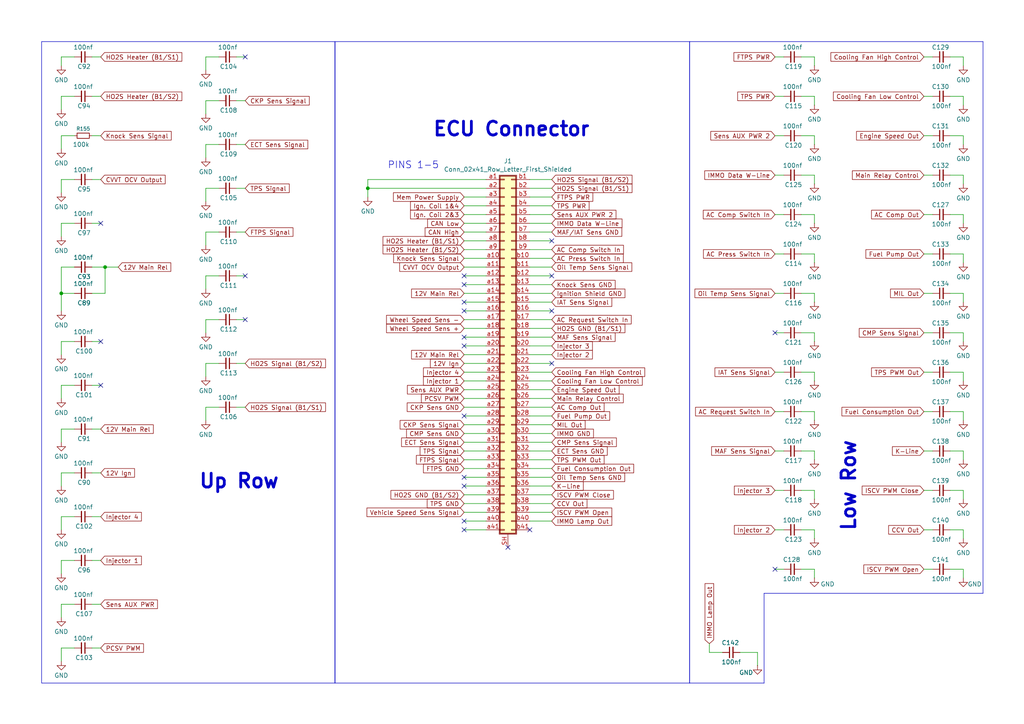
<source format=kicad_sch>
(kicad_sch (version 20250114) (generator "eeschema") (generator_version "9.0")
  (paper "A4")
  (title_block (title "SMIK43 5WY19 Rev. Eng") (date "2025-10-28") (rev "1.0"))
  (lib_symbols
    (symbol "Connector_Generic_Shielded:Conn_02x41_Row_Letter_First_Shielded" (pin_names (offset 1.016) (hide yes))
      (property "Reference" "J" (at 1.524 53.086 0))
      (property "Value" "Conn_02x41_Row_Letter_First_Shielded" (at 2.286 -53.086 0))
      (symbol "Conn_02x41_Row_Letter_First_Shielded_1_1"
        (pin passive line (at -5.08 50.8 0) (length 4.064) (name "Pin_a1") (number "a1"))
        (pin passive line (at -5.08 48.26 0) (length 4.064) (name "Pin_a2") (number "a2"))
        (pin passive line (at -5.08 45.72 0) (length 4.064) (name "Pin_a3") (number "a3"))
        (pin passive line (at -5.08 43.18 0) (length 4.064) (name "Pin_a4") (number "a4"))
        (pin passive line (at -5.08 40.64 0) (length 4.064) (name "Pin_a5") (number "a5"))
        (pin passive line (at -5.08 38.1 0) (length 4.064) (name "Pin_a6") (number "a6"))
        (pin passive line (at -5.08 35.56 0) (length 4.064) (name "Pin_a7") (number "a7"))
        (pin passive line (at -5.08 33.02 0) (length 4.064) (name "Pin_a8") (number "a8"))
        (pin passive line (at -5.08 30.48 0) (length 4.064) (name "Pin_a9") (number "a9"))
        (pin passive line (at -5.08 27.94 0) (length 4.064) (name "Pin_a10") (number "a10"))
        (pin passive line (at -5.08 25.4 0) (length 4.064) (name "Pin_a11") (number "a11"))
        (pin passive line (at -5.08 22.86 0) (length 4.064) (name "Pin_a12") (number "a12"))
        (pin passive line (at -5.08 20.32 0) (length 4.064) (name "Pin_a13") (number "a13"))
        (pin passive line (at -5.08 17.78 0) (length 4.064) (name "Pin_a14") (number "a14"))
        (pin passive line (at -5.08 15.24 0) (length 4.064) (name "Pin_a15") (number "a15"))
        (pin passive line (at -5.08 12.7 0) (length 4.064) (name "Pin_a16") (number "a16"))
        (pin passive line (at -5.08 10.16 0) (length 4.064) (name "Pin_a17") (number "a17"))
        (pin passive line (at -5.08 7.62 0) (length 4.064) (name "Pin_a18") (number "a18"))
        (pin passive line (at -5.08 5.08 0) (length 4.064) (name "Pin_a19") (number "a19"))
        (pin passive line (at -5.08 2.54 0) (length 4.064) (name "Pin_a20") (number "a20"))
        (pin passive line (at -5.08 0 0) (length 4.064) (name "Pin_a21") (number "a21"))
        (pin passive line (at -5.08 -2.54 0) (length 4.064) (name "Pin_a22") (number "a22"))
        (pin passive line (at -5.08 -5.08 0) (length 4.064) (name "Pin_a23") (number "a23"))
        (pin passive line (at -5.08 -7.62 0) (length 4.064) (name "Pin_a24") (number "a24"))
        (pin passive line (at -5.08 -10.16 0) (length 4.064) (name "Pin_a25") (number "a25"))
        (pin passive line (at -5.08 -12.7 0) (length 4.064) (name "Pin_a26") (number "a26"))
        (pin passive line (at -5.08 -15.24 0) (length 4.064) (name "Pin_a27") (number "a27"))
        (pin passive line (at -5.08 -17.78 0) (length 4.064) (name "Pin_a28") (number "a28"))
        (pin passive line (at -5.08 -20.32 0) (length 4.064) (name "Pin_a29") (number "a29"))
        (pin passive line (at -5.08 -22.86 0) (length 4.064) (name "Pin_a30") (number "a30"))
        (pin passive line (at -5.08 -25.4 0) (length 4.064) (name "Pin_a31") (number "a31"))
        (pin passive line (at -5.08 -27.94 0) (length 4.064) (name "Pin_a32") (number "a32"))
        (pin passive line (at -5.08 -30.48 0) (length 4.064) (name "Pin_a33") (number "a33"))
        (pin passive line (at -5.08 -33.02 0) (length 4.064) (name "Pin_a34") (number "a34"))
        (pin passive line (at -5.08 -35.56 0) (length 4.064) (name "Pin_a35") (number "a35"))
        (pin passive line (at -5.08 -38.1 0) (length 4.064) (name "Pin_a36") (number "a36"))
        (pin passive line (at -5.08 -40.64 0) (length 4.064) (name "Pin_a37") (number "a37"))
        (pin passive line (at -5.08 -43.18 0) (length 4.064) (name "Pin_a38") (number "a38"))
        (pin passive line (at -5.08 -45.72 0) (length 4.064) (name "Pin_a39") (number "a39"))
        (pin passive line (at -5.08 -48.26 0) (length 4.064) (name "Pin_a40") (number "a40"))
        (pin passive line (at -5.08 -50.8 0) (length 4.064) (name "Pin_a41") (number "a41"))
        (pin passive line (at 1.27 -55.88 90) (length 3.81) (name "Shield") (number "SH"))
        (pin passive line (at 7.62 50.8 180) (length 4.064) (name "Pin_b1") (number "b1"))
        (pin passive line (at 7.62 48.26 180) (length 4.064) (name "Pin_b2") (number "b2"))
        (pin passive line (at 7.62 45.72 180) (length 4.064) (name "Pin_b3") (number "b3"))
        (pin passive line (at 7.62 43.18 180) (length 4.064) (name "Pin_b4") (number "b4"))
        (pin passive line (at 7.62 40.64 180) (length 4.064) (name "Pin_b5") (number "b5"))
        (pin passive line (at 7.62 38.1 180) (length 4.064) (name "Pin_b6") (number "b6"))
        (pin passive line (at 7.62 35.56 180) (length 4.064) (name "Pin_b7") (number "b7"))
        (pin passive line (at 7.62 33.02 180) (length 4.064) (name "Pin_b8") (number "b8"))
        (pin passive line (at 7.62 30.48 180) (length 4.064) (name "Pin_b9") (number "b9"))
        (pin passive line (at 7.62 27.94 180) (length 4.064) (name "Pin_b10") (number "b10"))
        (pin passive line (at 7.62 25.4 180) (length 4.064) (name "Pin_b11") (number "b11"))
        (pin passive line (at 7.62 22.86 180) (length 4.064) (name "Pin_b12") (number "b12"))
        (pin passive line (at 7.62 20.32 180) (length 4.064) (name "Pin_b13") (number "b13"))
        (pin passive line (at 7.62 17.78 180) (length 4.064) (name "Pin_b14") (number "b14"))
        (pin passive line (at 7.62 15.24 180) (length 4.064) (name "Pin_b15") (number "b15"))
        (pin passive line (at 7.62 12.7 180) (length 4.064) (name "Pin_b16") (number "b16"))
        (pin passive line (at 7.62 10.16 180) (length 4.064) (name "Pin_b17") (number "b17"))
        (pin passive line (at 7.62 7.62 180) (length 4.064) (name "Pin_b18") (number "b18"))
        (pin passive line (at 7.62 5.08 180) (length 4.064) (name "Pin_b19") (number "b19"))
        (pin passive line (at 7.62 2.54 180) (length 4.064) (name "Pin_b20") (number "b20"))
        (pin passive line (at 7.62 0 180) (length 4.064) (name "Pin_b21") (number "b21"))
        (pin passive line (at 7.62 -2.54 180) (length 4.064) (name "Pin_b22") (number "b22"))
        (pin passive line (at 7.62 -5.08 180) (length 4.064) (name "Pin_b23") (number "b23"))
        (pin passive line (at 7.62 -7.62 180) (length 4.064) (name "Pin_b24") (number "b24"))
        (pin passive line (at 7.62 -10.16 180) (length 4.064) (name "Pin_b25") (number "b25"))
        (pin passive line (at 7.62 -12.7 180) (length 4.064) (name "Pin_b26") (number "b26"))
        (pin passive line (at 7.62 -15.24 180) (length 4.064) (name "Pin_b27") (number "b27"))
        (pin passive line (at 7.62 -17.78 180) (length 4.064) (name "Pin_b28") (number "b28"))
        (pin passive line (at 7.62 -20.32 180) (length 4.064) (name "Pin_b29") (number "b29"))
        (pin passive line (at 7.62 -22.86 180) (length 4.064) (name "Pin_b30") (number "b30"))
        (pin passive line (at 7.62 -25.4 180) (length 4.064) (name "Pin_b31") (number "b31"))
        (pin passive line (at 7.62 -27.94 180) (length 4.064) (name "Pin_b32") (number "b32"))
        (pin passive line (at 7.62 -30.48 180) (length 4.064) (name "Pin_b33") (number "b33"))
        (pin passive line (at 7.62 -33.02 180) (length 4.064) (name "Pin_b34") (number "b34"))
        (pin passive line (at 7.62 -35.56 180) (length 4.064) (name "Pin_b35") (number "b35"))
        (pin passive line (at 7.62 -38.1 180) (length 4.064) (name "Pin_b36") (number "b36"))
        (pin passive line (at 7.62 -40.64 180) (length 4.064) (name "Pin_b37") (number "b37"))
        (pin passive line (at 7.62 -43.18 180) (length 4.064) (name "Pin_b38") (number "b38"))
        (pin passive line (at 7.62 -45.72 180) (length 4.064) (name "Pin_b39") (number "b39"))
        (pin passive line (at 7.62 -48.26 180) (length 4.064) (name "Pin_b40") (number "b40"))
        (pin passive line (at 7.62 -50.8 180) (length 4.064) (name "Pin_b41") (number "b41"))
      )
    )
    (symbol "Device:C_Small" (pin_numbers (hide yes)) (pin_names (offset 0.254) (hide yes))
      (property "Reference" "C" (at 0.254 1.778 0))
      (property "Value" "C_Small" (at 0.254 -2.032 0))
      (symbol "C_Small_1_1"
        (pin passive line (at 0 2.54 270) (length 2.032) (name "~") (number "1"))
        (pin passive line (at 0 -2.54 90) (length 2.032) (name "~") (number "2"))
      )
    )
    (symbol "Device:R_Small" (pin_numbers (hide yes)) (pin_names (offset 0.254) (hide yes))
      (property "Reference" "R" (at 0 0 90))
      (property "Value" "R_Small" (at 1.778 0 90))
      (symbol "R_Small_1_1"
        (pin passive line (at 0 2.54 270) (length 0.762) (name "~") (number "1"))
        (pin passive line (at 0 -2.54 90) (length 0.762) (name "~") (number "2"))
      )
    )
    (symbol "power:GND" (power) (pin_numbers (hide yes)) (pin_names (offset 0) (hide yes))
      (property "Value" "GND" (at 0 -3.81 0))
      (symbol "GND_1_1"
        (pin power_in line (at 0 0 270) (length 0) (name "~") (number "1"))
      )
    )
  )
  (rectangle (start 12.065 12.065) (end 97.155 198.12))
  (rectangle (start 97.155 12.065) (end 200.025 198.12))
  (text "ECU Connector" (at 148.336 37.592 0) (effects (font (size 4 4) (thickness 0.8) (bold yes))))
  (text "PINS 1-5" (at 119.888 48.006 0) (effects (font (size 2 2))))
  (text "Up Row" (at 69.342 139.7 0) (effects (font (size 4 4) (thickness 0.8) (bold yes))))
  (text "Low Row" (at 246.126 140.97 90) (effects (font (size 4 4) (thickness 0.8) (bold yes))))
  (junction (at 30.48 77.47))
  (junction (at 106.68 54.61))
  (junction (at 17.78 85.09))
  (no_connect (at 134.62 100.33))
  (no_connect (at 134.62 82.55))
  (no_connect (at 224.79 96.52))
  (no_connect (at 134.62 151.13))
  (no_connect (at 153.67 153.67))
  (no_connect (at 71.12 16.51))
  (no_connect (at 160.02 69.85))
  (no_connect (at 71.12 92.71))
  (no_connect (at 29.21 64.77))
  (no_connect (at 29.21 99.06))
  (no_connect (at 147.32 158.75))
  (no_connect (at 134.62 153.67))
  (no_connect (at 134.62 90.17))
  (no_connect (at 160.02 80.01))
  (no_connect (at 71.12 80.01))
  (no_connect (at 29.21 111.76))
  (no_connect (at 224.79 165.1))
  (no_connect (at 134.62 87.63))
  (no_connect (at 134.62 120.65))
  (no_connect (at 134.62 97.79))
  (no_connect (at 134.62 138.43))
  (no_connect (at 160.02 90.17))
  (no_connect (at 134.62 80.01))
  (no_connect (at 134.62 140.97))
  (no_connect (at 160.02 105.41))
  (wire (pts (xy 279.4 119.38) (xy 275.59 119.38)))
  (wire (pts (xy 227.33 142.24) (xy 224.79 142.24)))
  (wire (pts (xy 153.67 148.59) (xy 160.02 148.59)))
  (wire (pts (xy 59.69 118.11) (xy 59.69 121.92)))
  (wire (pts (xy 279.4 27.94) (xy 279.4 30.48)))
  (wire (pts (xy 17.78 77.47) (xy 17.78 85.09)))
  (wire (pts (xy 153.67 151.13) (xy 160.02 151.13)))
  (wire (pts (xy 270.51 50.8) (xy 267.97 50.8)))
  (wire (pts (xy 153.67 57.15) (xy 160.02 57.15)))
  (wire (pts (xy 219.71 189.23) (xy 219.71 193.04)))
  (wire (pts (xy 236.22 165.1) (xy 236.22 167.64)))
  (wire (pts (xy 26.67 124.46) (xy 29.21 124.46)))
  (wire (pts (xy 17.78 175.26) (xy 17.78 179.07)))
  (wire (pts (xy 68.58 41.91) (xy 71.12 41.91)))
  (wire (pts (xy 140.97 140.97) (xy 134.62 140.97)))
  (wire (pts (xy 153.67 105.41) (xy 160.02 105.41)))
  (wire (pts (xy 140.97 146.05) (xy 134.62 146.05)))
  (wire (pts (xy 134.62 80.01) (xy 140.97 80.01)))
  (wire (pts (xy 140.97 153.67) (xy 134.62 153.67)))
  (wire (pts (xy 153.67 110.49) (xy 160.02 110.49)))
  (wire (pts (xy 227.33 96.52) (xy 224.79 96.52)))
  (wire (pts (xy 140.97 120.65) (xy 134.62 120.65)))
  (wire (pts (xy 59.69 16.51) (xy 59.69 20.32)))
  (wire (pts (xy 68.58 29.21) (xy 71.12 29.21)))
  (wire (pts (xy 279.4 107.95) (xy 275.59 107.95)))
  (wire (pts (xy 270.51 96.52) (xy 267.97 96.52)))
  (wire (pts (xy 279.4 142.24) (xy 279.4 144.78)))
  (wire (pts (xy 279.4 73.66) (xy 279.4 76.2)))
  (wire (pts (xy 17.78 149.86) (xy 21.59 149.86)))
  (wire (pts (xy 26.67 162.56) (xy 29.21 162.56)))
  (wire (pts (xy 26.67 64.77) (xy 29.21 64.77)))
  (wire (pts (xy 153.67 69.85) (xy 160.02 69.85)))
  (wire (pts (xy 17.78 124.46) (xy 17.78 128.27)))
  (wire (pts (xy 17.78 149.86) (xy 17.78 153.67)))
  (wire (pts (xy 59.69 54.61) (xy 59.69 58.42)))
  (wire (pts (xy 236.22 39.37) (xy 232.41 39.37)))
  (wire (pts (xy 17.78 16.51) (xy 17.78 19.05)))
  (wire (pts (xy 153.67 125.73) (xy 160.02 125.73)))
  (wire (pts (xy 227.33 62.23) (xy 224.79 62.23)))
  (wire (pts (xy 134.62 102.87) (xy 140.97 102.87)))
  (wire (pts (xy 236.22 165.1) (xy 232.41 165.1)))
  (wire (pts (xy 153.67 120.65) (xy 160.02 120.65)))
  (wire (pts (xy 227.33 119.38) (xy 224.79 119.38)))
  (wire (pts (xy 270.51 165.1) (xy 267.97 165.1)))
  (wire (pts (xy 214.63 189.23) (xy 219.71 189.23)))
  (wire (pts (xy 68.58 67.31) (xy 71.12 67.31)))
  (wire (pts (xy 153.67 130.81) (xy 160.02 130.81)))
  (wire (pts (xy 59.69 29.21) (xy 59.69 33.02)))
  (wire (pts (xy 236.22 39.37) (xy 236.22 41.91)))
  (wire (pts (xy 26.67 137.16) (xy 29.21 137.16)))
  (wire (pts (xy 140.97 118.11) (xy 134.62 118.11)))
  (wire (pts (xy 270.51 107.95) (xy 267.97 107.95)))
  (wire (pts (xy 106.68 54.61) (xy 106.68 57.15)))
  (wire (pts (xy 153.67 82.55) (xy 160.02 82.55)))
  (wire (pts (xy 236.22 142.24) (xy 232.41 142.24)))
  (wire (pts (xy 153.67 133.35) (xy 160.02 133.35)))
  (wire (pts (xy 59.69 92.71) (xy 59.69 96.52)))
  (wire (pts (xy 227.33 50.8) (xy 224.79 50.8)))
  (wire (pts (xy 17.78 77.47) (xy 21.59 77.47)))
  (wire (pts (xy 59.69 80.01) (xy 59.69 83.82)))
  (wire (pts (xy 153.67 97.79) (xy 160.02 97.79)))
  (wire (pts (xy 236.22 85.09) (xy 232.41 85.09)))
  (wire (pts (xy 279.4 16.51) (xy 275.59 16.51)))
  (wire (pts (xy 236.22 16.51) (xy 236.22 19.05)))
  (wire (pts (xy 227.33 73.66) (xy 224.79 73.66)))
  (wire (pts (xy 270.51 27.94) (xy 267.97 27.94)))
  (wire (pts (xy 153.67 85.09) (xy 160.02 85.09)))
  (wire (pts (xy 236.22 153.67) (xy 232.41 153.67)))
  (wire (pts (xy 153.67 59.69) (xy 160.02 59.69)))
  (wire (pts (xy 106.68 54.61) (xy 140.97 54.61)))
  (wire (pts (xy 279.4 130.81) (xy 275.59 130.81)))
  (wire (pts (xy 153.67 143.51) (xy 160.02 143.51)))
  (wire (pts (xy 236.22 73.66) (xy 232.41 73.66)))
  (wire (pts (xy 227.33 85.09) (xy 224.79 85.09)))
  (wire (pts (xy 236.22 142.24) (xy 236.22 144.78)))
  (wire (pts (xy 134.62 67.31) (xy 140.97 67.31)))
  (wire (pts (xy 279.4 165.1) (xy 279.4 167.64)))
  (wire (pts (xy 134.62 87.63) (xy 140.97 87.63)))
  (wire (pts (xy 236.22 50.8) (xy 236.22 53.34)))
  (polyline (pts (xy 200.025 198.12) (xy 200.025 12.065)))
  (wire (pts (xy 17.78 99.06) (xy 21.59 99.06)))
  (wire (pts (xy 205.74 189.23) (xy 209.55 189.23)))
  (wire (pts (xy 68.58 80.01) (xy 71.12 80.01)))
  (polyline (pts (xy 221.615 198.12) (xy 200.025 198.12)))
  (wire (pts (xy 153.67 107.95) (xy 160.02 107.95)))
  (wire (pts (xy 59.69 118.11) (xy 63.5 118.11)))
  (wire (pts (xy 68.58 54.61) (xy 71.12 54.61)))
  (wire (pts (xy 236.22 27.94) (xy 236.22 30.48)))
  (wire (pts (xy 279.4 27.94) (xy 275.59 27.94)))
  (wire (pts (xy 153.67 62.23) (xy 160.02 62.23)))
  (wire (pts (xy 26.67 52.07) (xy 29.21 52.07)))
  (wire (pts (xy 140.97 128.27) (xy 134.62 128.27)))
  (wire (pts (xy 236.22 96.52) (xy 232.41 96.52)))
  (wire (pts (xy 279.4 85.09) (xy 275.59 85.09)))
  (wire (pts (xy 153.67 123.19) (xy 160.02 123.19)))
  (wire (pts (xy 279.4 50.8) (xy 279.4 53.34)))
  (wire (pts (xy 279.4 153.67) (xy 279.4 156.21)))
  (wire (pts (xy 227.33 39.37) (xy 224.79 39.37)))
  (wire (pts (xy 59.69 16.51) (xy 63.5 16.51)))
  (wire (pts (xy 140.97 113.03) (xy 134.62 113.03)))
  (wire (pts (xy 227.33 165.1) (xy 224.79 165.1)))
  (wire (pts (xy 153.67 72.39) (xy 160.02 72.39)))
  (wire (pts (xy 279.4 85.09) (xy 279.4 87.63)))
  (wire (pts (xy 30.48 77.47) (xy 30.48 85.09)))
  (wire (pts (xy 26.67 77.47) (xy 30.48 77.47)))
  (wire (pts (xy 153.67 138.43) (xy 160.02 138.43)))
  (wire (pts (xy 236.22 119.38) (xy 236.22 121.92)))
  (wire (pts (xy 17.78 27.94) (xy 21.59 27.94)))
  (wire (pts (xy 153.67 128.27) (xy 160.02 128.27)))
  (wire (pts (xy 279.4 39.37) (xy 279.4 41.91)))
  (wire (pts (xy 270.51 142.24) (xy 267.97 142.24)))
  (wire (pts (xy 17.78 111.76) (xy 21.59 111.76)))
  (wire (pts (xy 153.67 140.97) (xy 160.02 140.97)))
  (wire (pts (xy 279.4 119.38) (xy 279.4 121.92)))
  (wire (pts (xy 153.67 67.31) (xy 160.02 67.31)))
  (wire (pts (xy 236.22 130.81) (xy 236.22 133.35)))
  (wire (pts (xy 134.62 97.79) (xy 140.97 97.79)))
  (wire (pts (xy 59.69 105.41) (xy 63.5 105.41)))
  (wire (pts (xy 153.67 95.25) (xy 160.02 95.25)))
  (wire (pts (xy 236.22 107.95) (xy 236.22 110.49)))
  (wire (pts (xy 59.69 80.01) (xy 63.5 80.01)))
  (wire (pts (xy 153.67 80.01) (xy 160.02 80.01)))
  (wire (pts (xy 17.78 124.46) (xy 21.59 124.46)))
  (wire (pts (xy 153.67 146.05) (xy 160.02 146.05)))
  (wire (pts (xy 279.4 153.67) (xy 275.59 153.67)))
  (wire (pts (xy 270.51 130.81) (xy 267.97 130.81)))
  (wire (pts (xy 59.69 92.71) (xy 63.5 92.71)))
  (wire (pts (xy 17.78 27.94) (xy 17.78 31.75)))
  (wire (pts (xy 134.62 92.71) (xy 140.97 92.71)))
  (wire (pts (xy 59.69 67.31) (xy 63.5 67.31)))
  (wire (pts (xy 26.67 111.76) (xy 29.21 111.76)))
  (wire (pts (xy 17.78 99.06) (xy 17.78 102.87)))
  (wire (pts (xy 279.4 96.52) (xy 275.59 96.52)))
  (wire (pts (xy 17.78 52.07) (xy 17.78 55.88)))
  (wire (pts (xy 140.97 115.57) (xy 134.62 115.57)))
  (wire (pts (xy 26.67 187.96) (xy 29.21 187.96)))
  (wire (pts (xy 17.78 162.56) (xy 21.59 162.56)))
  (wire (pts (xy 140.97 130.81) (xy 134.62 130.81)))
  (wire (pts (xy 153.67 54.61) (xy 160.02 54.61)))
  (wire (pts (xy 17.78 64.77) (xy 17.78 68.58)))
  (wire (pts (xy 134.62 59.69) (xy 140.97 59.69)))
  (wire (pts (xy 26.67 99.06) (xy 29.21 99.06)))
  (wire (pts (xy 17.78 175.26) (xy 21.59 175.26)))
  (wire (pts (xy 140.97 143.51) (xy 134.62 143.51)))
  (wire (pts (xy 227.33 16.51) (xy 224.79 16.51)))
  (wire (pts (xy 236.22 153.67) (xy 236.22 156.21)))
  (wire (pts (xy 279.4 62.23) (xy 275.59 62.23)))
  (wire (pts (xy 68.58 16.51) (xy 71.12 16.51)))
  (wire (pts (xy 140.97 148.59) (xy 134.62 148.59)))
  (wire (pts (xy 30.48 85.09) (xy 26.67 85.09)))
  (wire (pts (xy 26.67 27.94) (xy 29.21 27.94)))
  (wire (pts (xy 236.22 16.51) (xy 232.41 16.51)))
  (wire (pts (xy 227.33 153.67) (xy 224.79 153.67)))
  (wire (pts (xy 134.62 95.25) (xy 140.97 95.25)))
  (wire (pts (xy 270.51 153.67) (xy 267.97 153.67)))
  (wire (pts (xy 153.67 90.17) (xy 160.02 90.17)))
  (wire (pts (xy 59.69 41.91) (xy 63.5 41.91)))
  (wire (pts (xy 236.22 96.52) (xy 236.22 99.06)))
  (wire (pts (xy 68.58 118.11) (xy 71.12 118.11)))
  (wire (pts (xy 153.67 92.71) (xy 160.02 92.71)))
  (wire (pts (xy 140.97 123.19) (xy 134.62 123.19)))
  (wire (pts (xy 236.22 85.09) (xy 236.22 87.63)))
  (wire (pts (xy 134.62 57.15) (xy 140.97 57.15)))
  (polyline (pts (xy 285.115 12.065) (xy 285.115 172.085)))
  (wire (pts (xy 153.67 87.63) (xy 160.02 87.63)))
  (wire (pts (xy 153.67 113.03) (xy 160.02 113.03)))
  (wire (pts (xy 17.78 162.56) (xy 17.78 166.37)))
  (wire (pts (xy 205.74 186.69) (xy 205.74 189.23)))
  (wire (pts (xy 134.62 74.93) (xy 140.97 74.93)))
  (wire (pts (xy 153.67 74.93) (xy 160.02 74.93)))
  (wire (pts (xy 236.22 130.81) (xy 232.41 130.81)))
  (wire (pts (xy 134.62 107.95) (xy 140.97 107.95)))
  (wire (pts (xy 140.97 125.73) (xy 134.62 125.73)))
  (wire (pts (xy 279.4 107.95) (xy 279.4 110.49)))
  (wire (pts (xy 68.58 92.71) (xy 71.12 92.71)))
  (wire (pts (xy 59.69 105.41) (xy 59.69 109.22)))
  (wire (pts (xy 17.78 85.09) (xy 17.78 90.17)))
  (wire (pts (xy 279.4 130.81) (xy 279.4 133.35)))
  (wire (pts (xy 279.4 39.37) (xy 275.59 39.37)))
  (wire (pts (xy 227.33 107.95) (xy 224.79 107.95)))
  (wire (pts (xy 227.33 130.81) (xy 224.79 130.81)))
  (wire (pts (xy 17.78 137.16) (xy 21.59 137.16)))
  (wire (pts (xy 134.62 82.55) (xy 140.97 82.55)))
  (wire (pts (xy 134.62 72.39) (xy 140.97 72.39)))
  (wire (pts (xy 59.69 54.61) (xy 63.5 54.61)))
  (wire (pts (xy 270.51 119.38) (xy 267.97 119.38)))
  (wire (pts (xy 134.62 77.47) (xy 140.97 77.47)))
  (wire (pts (xy 270.51 16.51) (xy 267.97 16.51)))
  (wire (pts (xy 270.51 62.23) (xy 267.97 62.23)))
  (wire (pts (xy 270.51 39.37) (xy 267.97 39.37)))
  (wire (pts (xy 279.4 165.1) (xy 275.59 165.1)))
  (wire (pts (xy 160.02 102.87) (xy 153.67 102.87)))
  (wire (pts (xy 59.69 41.91) (xy 59.69 45.72)))
  (wire (pts (xy 30.48 77.47) (xy 34.29 77.47)))
  (wire (pts (xy 17.78 137.16) (xy 17.78 140.97)))
  (wire (pts (xy 270.51 85.09) (xy 267.97 85.09)))
  (wire (pts (xy 279.4 142.24) (xy 275.59 142.24)))
  (wire (pts (xy 17.78 85.09) (xy 21.59 85.09)))
  (wire (pts (xy 236.22 73.66) (xy 236.22 76.2)))
  (wire (pts (xy 17.78 16.51) (xy 21.59 16.51)))
  (wire (pts (xy 236.22 62.23) (xy 236.22 64.77)))
  (wire (pts (xy 153.67 135.89) (xy 160.02 135.89)))
  (wire (pts (xy 17.78 64.77) (xy 21.59 64.77)))
  (wire (pts (xy 106.68 52.07) (xy 106.68 54.61)))
  (wire (pts (xy 153.67 100.33) (xy 160.02 100.33)))
  (polyline (pts (xy 221.615 172.085) (xy 221.615 198.12)))
  (wire (pts (xy 236.22 119.38) (xy 232.41 119.38)))
  (wire (pts (xy 279.4 62.23) (xy 279.4 64.77)))
  (wire (pts (xy 134.62 64.77) (xy 140.97 64.77)))
  (wire (pts (xy 134.62 110.49) (xy 140.97 110.49)))
  (wire (pts (xy 17.78 52.07) (xy 21.59 52.07)))
  (wire (pts (xy 134.62 85.09) (xy 140.97 85.09)))
  (wire (pts (xy 153.67 118.11) (xy 160.02 118.11)))
  (wire (pts (xy 270.51 73.66) (xy 267.97 73.66)))
  (wire (pts (xy 17.78 187.96) (xy 17.78 191.77)))
  (wire (pts (xy 153.67 77.47) (xy 160.02 77.47)))
  (wire (pts (xy 153.67 115.57) (xy 160.02 115.57)))
  (wire (pts (xy 106.68 52.07) (xy 140.97 52.07)))
  (wire (pts (xy 236.22 27.94) (xy 232.41 27.94)))
  (wire (pts (xy 279.4 50.8) (xy 275.59 50.8)))
  (wire (pts (xy 134.62 105.41) (xy 140.97 105.41)))
  (wire (pts (xy 236.22 50.8) (xy 232.41 50.8)))
  (wire (pts (xy 134.62 100.33) (xy 140.97 100.33)))
  (wire (pts (xy 153.67 52.07) (xy 160.02 52.07)))
  (wire (pts (xy 17.78 187.96) (xy 21.59 187.96)))
  (wire (pts (xy 17.78 39.37) (xy 17.78 43.18)))
  (wire (pts (xy 227.33 27.94) (xy 224.79 27.94)))
  (wire (pts (xy 134.62 90.17) (xy 140.97 90.17)))
  (wire (pts (xy 140.97 138.43) (xy 134.62 138.43)))
  (wire (pts (xy 59.69 29.21) (xy 63.5 29.21)))
  (wire (pts (xy 59.69 67.31) (xy 59.69 71.12)))
  (wire (pts (xy 17.78 39.37) (xy 21.59 39.37)))
  (wire (pts (xy 279.4 96.52) (xy 279.4 99.06)))
  (polyline (pts (xy 200.025 12.065) (xy 285.115 12.065)))
  (wire (pts (xy 140.97 133.35) (xy 134.62 133.35)))
  (wire (pts (xy 140.97 151.13) (xy 134.62 151.13)))
  (wire (pts (xy 140.97 135.89) (xy 134.62 135.89)))
  (wire (pts (xy 279.4 73.66) (xy 275.59 73.66)))
  (wire (pts (xy 17.78 111.76) (xy 17.78 115.57)))
  (wire (pts (xy 26.67 175.26) (xy 29.21 175.26)))
  (wire (pts (xy 279.4 16.51) (xy 279.4 19.05)))
  (wire (pts (xy 26.67 149.86) (xy 29.21 149.86)))
  (wire (pts (xy 236.22 62.23) (xy 232.41 62.23)))
  (polyline (pts (xy 285.115 172.085) (xy 221.615 172.085)))
  (wire (pts (xy 153.67 64.77) (xy 160.02 64.77)))
  (wire (pts (xy 26.67 16.51) (xy 29.21 16.51)))
  (wire (pts (xy 134.62 69.85) (xy 140.97 69.85)))
  (wire (pts (xy 134.62 62.23) (xy 140.97 62.23)))
  (wire (pts (xy 236.22 107.95) (xy 232.41 107.95)))
  (wire (pts (xy 26.67 39.37) (xy 29.21 39.37)))
  (wire (pts (xy 68.58 105.41) (xy 71.12 105.41)))
  (global_label "12V Main Rel" (shape input) (at 29.21 124.46 0) (property "Intersheetrefs" "${INTERSHEET_REFS}" (effects (hide yes))))
  (global_label "Injector 3" (shape input) (at 224.79 142.24 180) (property "Intersheetrefs" "${INTERSHEET_REFS}" (effects (hide yes))))
  (global_label "MIL Out" (shape input) (at 160.02 123.19 0) (property "Intersheetrefs" "${INTERSHEET_REFS}" (effects (hide yes))))
  (global_label "IMMO Data W-Line" (shape input) (at 224.79 50.8 180) (property "Intersheetrefs" "${INTERSHEET_REFS}" (effects (hide yes))))
  (global_label "MAF{slash}IAT Sens GND" (shape input) (at 160.02 67.31 0) (property "Intersheetrefs" "${INTERSHEET_REFS}" (effects (hide yes))))
  (global_label "CVVT OCV Output" (shape input) (at 134.62 77.47 180) (property "Intersheetrefs" "${INTERSHEET_REFS}" (effects (hide yes))))
  (global_label "Cooling Fan Low Control" (shape input) (at 160.02 110.49 0) (property "Intersheetrefs" "${INTERSHEET_REFS}" (effects (hide yes))))
  (global_label "TPS Signal" (shape input) (at 71.12 54.61 0) (property "Intersheetrefs" "${INTERSHEET_REFS}" (effects (hide yes))))
  (global_label "IAT Sens Signal" (shape input) (at 224.79 107.95 180) (property "Intersheetrefs" "${INTERSHEET_REFS}" (effects (hide yes))))
  (global_label "ECT Sens Signal" (shape input) (at 134.62 128.27 180) (property "Intersheetrefs" "${INTERSHEET_REFS}" (effects (hide yes))))
  (global_label "IMMO Data W-Line" (shape input) (at 160.02 64.77 0) (property "Intersheetrefs" "${INTERSHEET_REFS}" (effects (hide yes))))
  (global_label "ISCV PWM Close" (shape input) (at 160.02 143.51 0) (property "Intersheetrefs" "${INTERSHEET_REFS}" (effects (hide yes))))
  (global_label "K-Line" (shape input) (at 160.02 140.97 0) (property "Intersheetrefs" "${INTERSHEET_REFS}" (effects (hide yes))))
  (global_label "Cooling Fan High Control" (shape input) (at 267.97 16.51 180) (property "Intersheetrefs" "${INTERSHEET_REFS}" (effects (hide yes))))
  (global_label "Injector 3" (shape input) (at 160.02 100.33 0) (property "Intersheetrefs" "${INTERSHEET_REFS}" (effects (hide yes))))
  (global_label "Cooling Fan High Control" (shape input) (at 160.02 107.95 0) (property "Intersheetrefs" "${INTERSHEET_REFS}" (effects (hide yes))))
  (global_label "TPS GND" (shape input) (at 134.62 146.05 180) (property "Intersheetrefs" "${INTERSHEET_REFS}" (effects (hide yes))))
  (global_label "Injector 1" (shape input) (at 29.21 162.56 0) (property "Intersheetrefs" "${INTERSHEET_REFS}" (effects (hide yes))))
  (global_label "AC Comp Switch In" (shape input) (at 224.79 62.23 180) (property "Intersheetrefs" "${INTERSHEET_REFS}" (effects (hide yes))))
  (global_label "12V Main Rel" (shape input) (at 134.62 102.87 180) (property "Intersheetrefs" "${INTERSHEET_REFS}" (effects (hide yes))))
  (global_label "CCV Out" (shape input) (at 267.97 153.67 180) (property "Intersheetrefs" "${INTERSHEET_REFS}" (effects (hide yes))))
  (global_label "CAN High" (shape input) (at 134.62 67.31 180) (property "Intersheetrefs" "${INTERSHEET_REFS}" (effects (hide yes))))
  (global_label "Sens AUX PWR" (shape input) (at 29.21 175.26 0) (property "Intersheetrefs" "${INTERSHEET_REFS}" (effects (hide yes))))
  (global_label "IMMO Lamp Out" (shape input) (at 205.74 186.69 90) (property "Intersheetrefs" "${INTERSHEET_REFS}" (effects (hide yes))))
  (global_label "K-Line" (shape input) (at 267.97 130.81 180) (property "Intersheetrefs" "${INTERSHEET_REFS}" (effects (hide yes))))
  (global_label "Main Relay Control" (shape input) (at 267.97 50.8 180) (property "Intersheetrefs" "${INTERSHEET_REFS}" (effects (hide yes))))
  (global_label "HO2S Heater (B1{slash}S2)" (shape input) (at 134.62 72.39 180) (property "Intersheetrefs" "${INTERSHEET_REFS}" (effects (hide yes))))
  (global_label "Engine Speed Out" (shape input) (at 267.97 39.37 180) (property "Intersheetrefs" "${INTERSHEET_REFS}" (effects (hide yes))))
  (global_label "IMMO Lamp Out" (shape input) (at 160.02 151.13 0) (property "Intersheetrefs" "${INTERSHEET_REFS}" (effects (hide yes))))
  (global_label "FTPS Signal" (shape input) (at 71.12 67.31 0) (property "Intersheetrefs" "${INTERSHEET_REFS}" (effects (hide yes))))
  (global_label "Knock Sens Signal" (shape input) (at 29.21 39.37 0) (property "Intersheetrefs" "${INTERSHEET_REFS}" (effects (hide yes))))
  (global_label "HO2S GND (B1{slash}S2)" (shape input) (at 134.62 143.51 180) (property "Intersheetrefs" "${INTERSHEET_REFS}" (effects (hide yes))))
  (global_label "Sens AUX PWR" (shape input) (at 134.62 113.03 180) (property "Intersheetrefs" "${INTERSHEET_REFS}" (effects (hide yes))))
  (global_label "Fuel Pump Out" (shape input) (at 160.02 120.65 0) (property "Intersheetrefs" "${INTERSHEET_REFS}" (effects (hide yes))))
  (global_label "CVVT OCV Output" (shape input) (at 29.21 52.07 0) (property "Intersheetrefs" "${INTERSHEET_REFS}" (effects (hide yes))))
  (global_label "TPS Signal" (shape input) (at 134.62 130.81 180) (property "Intersheetrefs" "${INTERSHEET_REFS}" (effects (hide yes))))
  (global_label "AC Press Switch In" (shape input) (at 224.79 73.66 180) (property "Intersheetrefs" "${INTERSHEET_REFS}" (effects (hide yes))))
  (global_label "Ign. Coil 1&4" (shape input) (at 134.62 59.69 180) (property "Intersheetrefs" "${INTERSHEET_REFS}" (effects (hide yes))))
  (global_label "Oil Temp Sens Signal" (shape input) (at 224.79 85.09 180) (property "Intersheetrefs" "${INTERSHEET_REFS}" (effects (hide yes))))
  (global_label "HO2S Signal (B1{slash}S1)" (shape input) (at 71.12 118.11 0) (property "Intersheetrefs" "${INTERSHEET_REFS}" (effects (hide yes))))
  (global_label "Mem Power Supply" (shape input) (at 134.62 57.15 180) (property "Intersheetrefs" "${INTERSHEET_REFS}" (effects (hide yes))))
  (global_label "Knock Sens GND" (shape input) (at 160.02 82.55 0) (property "Intersheetrefs" "${INTERSHEET_REFS}" (effects (hide yes))))
  (global_label "MAF Sens Signal" (shape input) (at 160.02 97.79 0) (property "Intersheetrefs" "${INTERSHEET_REFS}" (effects (hide yes))))
  (global_label "PCSV PWM" (shape input) (at 29.21 187.96 0) (property "Intersheetrefs" "${INTERSHEET_REFS}" (effects (hide yes))))
  (global_label "CMP Sens Signal" (shape input) (at 267.97 96.52 180) (property "Intersheetrefs" "${INTERSHEET_REFS}" (effects (hide yes))))
  (global_label "AC Request Switch In" (shape input) (at 160.02 92.71 0) (property "Intersheetrefs" "${INTERSHEET_REFS}" (effects (hide yes))))
  (global_label "FTPS PWR" (shape input) (at 224.79 16.51 180) (property "Intersheetrefs" "${INTERSHEET_REFS}" (effects (hide yes))))
  (global_label "Injector 2" (shape input) (at 224.79 153.67 180) (property "Intersheetrefs" "${INTERSHEET_REFS}" (effects (hide yes))))
  (global_label "AC Request Switch In" (shape input) (at 224.79 119.38 180) (property "Intersheetrefs" "${INTERSHEET_REFS}" (effects (hide yes))))
  (global_label "12V Ign" (shape input) (at 29.21 137.16 0) (property "Intersheetrefs" "${INTERSHEET_REFS}" (effects (hide yes))))
  (global_label "PCSV PWM" (shape input) (at 134.62 115.57 180) (property "Intersheetrefs" "${INTERSHEET_REFS}" (effects (hide yes))))
  (global_label "Wheel Speed Sens -" (shape input) (at 134.62 92.71 180) (property "Intersheetrefs" "${INTERSHEET_REFS}" (effects (hide yes))))
  (global_label "Oil Temp Sens GND" (shape input) (at 160.02 138.43 0) (property "Intersheetrefs" "${INTERSHEET_REFS}" (effects (hide yes))))
  (global_label "Injector 1" (shape input) (at 134.62 110.49 180) (property "Intersheetrefs" "${INTERSHEET_REFS}" (effects (hide yes))))
  (global_label "Fuel Consumption Out" (shape input) (at 160.02 135.89 0) (property "Intersheetrefs" "${INTERSHEET_REFS}" (effects (hide yes))))
  (global_label "Fuel Pump Out" (shape input) (at 267.97 73.66 180) (property "Intersheetrefs" "${INTERSHEET_REFS}" (effects (hide yes))))
  (global_label "Knock Sens Signal" (shape input) (at 134.62 74.93 180) (property "Intersheetrefs" "${INTERSHEET_REFS}" (effects (hide yes))))
  (global_label "HO2S Signal (B1{slash}S2)" (shape input) (at 160.02 52.07 0) (property "Intersheetrefs" "${INTERSHEET_REFS}" (effects (hide yes))))
  (global_label "CMP Sens Signal" (shape input) (at 160.02 128.27 0) (property "Intersheetrefs" "${INTERSHEET_REFS}" (effects (hide yes))))
  (global_label "Vehicle Speed Sens Signal" (shape input) (at 134.62 148.59 180) (property "Intersheetrefs" "${INTERSHEET_REFS}" (effects (hide yes))))
  (global_label "TPS PWR" (shape input) (at 224.79 27.94 180) (property "Intersheetrefs" "${INTERSHEET_REFS}" (effects (hide yes))))
  (global_label "Ign. Coil 2&3" (shape input) (at 134.62 62.23 180) (property "Intersheetrefs" "${INTERSHEET_REFS}" (effects (hide yes))))
  (global_label "Oil Temp Sens Signal" (shape input) (at 160.02 77.47 0) (property "Intersheetrefs" "${INTERSHEET_REFS}" (effects (hide yes))))
  (global_label "Fuel Consumption Out" (shape input) (at 267.97 119.38 180) (property "Intersheetrefs" "${INTERSHEET_REFS}" (effects (hide yes))))
  (global_label "CKP Sens Signal" (shape input) (at 134.62 123.19 180) (property "Intersheetrefs" "${INTERSHEET_REFS}" (effects (hide yes))))
  (global_label "Wheel Speed Sens +" (shape input) (at 134.62 95.25 180) (property "Intersheetrefs" "${INTERSHEET_REFS}" (effects (hide yes))))
  (global_label "Ignition Shield GND" (shape input) (at 160.02 85.09 0) (property "Intersheetrefs" "${INTERSHEET_REFS}" (effects (hide yes))))
  (global_label "HO2S GND (B1{slash}S1)" (shape input) (at 160.02 95.25 0) (property "Intersheetrefs" "${INTERSHEET_REFS}" (effects (hide yes))))
  (global_label "CMP Sens GND" (shape input) (at 134.62 125.73 180) (property "Intersheetrefs" "${INTERSHEET_REFS}" (effects (hide yes))))
  (global_label "TPS PWM Out" (shape input) (at 267.97 107.95 180) (property "Intersheetrefs" "${INTERSHEET_REFS}" (effects (hide yes))))
  (global_label "CKP Sens GND" (shape input) (at 134.62 118.11 180) (property "Intersheetrefs" "${INTERSHEET_REFS}" (effects (hide yes))))
  (global_label "Injector 4" (shape input) (at 29.21 149.86 0) (property "Intersheetrefs" "${INTERSHEET_REFS}" (effects (hide yes))))
  (global_label "12V Ign" (shape input) (at 134.62 105.41 180) (property "Intersheetrefs" "${INTERSHEET_REFS}" (effects (hide yes))))
  (global_label "Sens AUX PWR 2" (shape input) (at 160.02 62.23 0) (property "Intersheetrefs" "${INTERSHEET_REFS}" (effects (hide yes))))
  (global_label "FTPS Signal" (shape input) (at 134.62 133.35 180) (property "Intersheetrefs" "${INTERSHEET_REFS}" (effects (hide yes))))
  (global_label "FTPS GND" (shape input) (at 134.62 135.89 180) (property "Intersheetrefs" "${INTERSHEET_REFS}" (effects (hide yes))))
  (global_label "AC Comp Out" (shape input) (at 160.02 118.11 0) (property "Intersheetrefs" "${INTERSHEET_REFS}" (effects (hide yes))))
  (global_label "CCV Out" (shape input) (at 160.02 146.05 0) (property "Intersheetrefs" "${INTERSHEET_REFS}" (effects (hide yes))))
  (global_label "Injector 2" (shape input) (at 160.02 102.87 0) (property "Intersheetrefs" "${INTERSHEET_REFS}" (effects (hide yes))))
  (global_label "Main Relay Control" (shape input) (at 160.02 115.57 0) (property "Intersheetrefs" "${INTERSHEET_REFS}" (effects (hide yes))))
  (global_label "ECT Sens GND" (shape input) (at 160.02 130.81 0) (property "Intersheetrefs" "${INTERSHEET_REFS}" (effects (hide yes))))
  (global_label "Sens AUX PWR 2" (shape input) (at 224.79 39.37 180) (property "Intersheetrefs" "${INTERSHEET_REFS}" (effects (hide yes))))
  (global_label "TPS PWM Out" (shape input) (at 160.02 133.35 0) (property "Intersheetrefs" "${INTERSHEET_REFS}" (effects (hide yes))))
  (global_label "IAT Sens Signal" (shape input) (at 160.02 87.63 0) (property "Intersheetrefs" "${INTERSHEET_REFS}" (effects (hide yes))))
  (global_label "ISCV PWM Open" (shape input) (at 160.02 148.59 0) (property "Intersheetrefs" "${INTERSHEET_REFS}" (effects (hide yes))))
  (global_label "HO2S Heater (B1{slash}S2)" (shape input) (at 29.21 27.94 0) (property "Intersheetrefs" "${INTERSHEET_REFS}" (effects (hide yes))))
  (global_label "CAN Low" (shape input) (at 134.62 64.77 180) (property "Intersheetrefs" "${INTERSHEET_REFS}" (effects (hide yes))))
  (global_label "Cooling Fan Low Control" (shape input) (at 267.97 27.94 180) (property "Intersheetrefs" "${INTERSHEET_REFS}" (effects (hide yes))))
  (global_label "FTPS PWR" (shape input) (at 160.02 57.15 0) (property "Intersheetrefs" "${INTERSHEET_REFS}" (effects (hide yes))))
  (global_label "HO2S Signal (B1{slash}S1)" (shape input) (at 160.02 54.61 0) (property "Intersheetrefs" "${INTERSHEET_REFS}" (effects (hide yes))))
  (global_label "ECT Sens Signal" (shape input) (at 71.12 41.91 0) (property "Intersheetrefs" "${INTERSHEET_REFS}" (effects (hide yes))))
  (global_label "CKP Sens Signal" (shape input) (at 71.12 29.21 0) (property "Intersheetrefs" "${INTERSHEET_REFS}" (effects (hide yes))))
  (global_label "ISCV PWM Open" (shape input) (at 267.97 165.1 180) (property "Intersheetrefs" "${INTERSHEET_REFS}" (effects (hide yes))))
  (global_label "AC Comp Switch In" (shape input) (at 160.02 72.39 0) (property "Intersheetrefs" "${INTERSHEET_REFS}" (effects (hide yes))))
  (global_label "12V Main Rel" (shape input) (at 34.29 77.47 0) (property "Intersheetrefs" "${INTERSHEET_REFS}" (effects (hide yes))))
  (global_label "HO2S Heater (B1{slash}S1)" (shape input) (at 134.62 69.85 180) (property "Intersheetrefs" "${INTERSHEET_REFS}" (effects (hide yes))))
  (global_label "12V Main Rel" (shape input) (at 134.62 85.09 180) (property "Intersheetrefs" "${INTERSHEET_REFS}" (effects (hide yes))))
  (global_label "TPS PWR" (shape input) (at 160.02 59.69 0) (property "Intersheetrefs" "${INTERSHEET_REFS}" (effects (hide yes))))
  (global_label "HO2S Signal (B1{slash}S2)" (shape input) (at 71.12 105.41 0) (property "Intersheetrefs" "${INTERSHEET_REFS}" (effects (hide yes))))
  (global_label "ISCV PWM Close" (shape input) (at 267.97 142.24 180) (property "Intersheetrefs" "${INTERSHEET_REFS}" (effects (hide yes))))
  (global_label "MAF Sens Signal" (shape input) (at 224.79 130.81 180) (property "Intersheetrefs" "${INTERSHEET_REFS}" (effects (hide yes))))
  (global_label "AC Comp Out" (shape input) (at 267.97 62.23 180) (property "Intersheetrefs" "${INTERSHEET_REFS}" (effects (hide yes))))
  (global_label "Injector 4" (shape input) (at 134.62 107.95 180) (property "Intersheetrefs" "${INTERSHEET_REFS}" (effects (hide yes))))
  (global_label "MIL Out" (shape input) (at 267.97 85.09 180) (property "Intersheetrefs" "${INTERSHEET_REFS}" (effects (hide yes))))
  (global_label "IMMO GND" (shape input) (at 160.02 125.73 0) (property "Intersheetrefs" "${INTERSHEET_REFS}" (effects (hide yes))))
  (global_label "AC Press Switch In" (shape input) (at 160.02 74.93 0) (property "Intersheetrefs" "${INTERSHEET_REFS}" (effects (hide yes))))
  (global_label "Engine Speed Out" (shape input) (at 160.02 113.03 0) (property "Intersheetrefs" "${INTERSHEET_REFS}" (effects (hide yes))))
  (global_label "HO2S Heater (B1{slash}S1)" (shape input) (at 29.21 16.51 0) (property "Intersheetrefs" "${INTERSHEET_REFS}" (effects (hide yes))))
  (symbol (lib_id "Device:C_Small") (at 273.05 107.95 90) (unit 1)
    (property "Reference" "C136" (at 272.796 105.156 90))
    (property "Value" "100nf" (at 273.05 110.744 90))
    (property "Description" "Unpolarized capacitor, small symbol" (effects (hide yes)))
  )
  (symbol (lib_id "Device:C_Small") (at 24.13 187.96 270) (unit 1)
    (property "Reference" "C103" (at 24.384 190.754 90))
    (property "Value" "100nf" (at 24.13 185.166 90))
    (property "Description" "Unpolarized capacitor, small symbol" (effects (hide yes)))
  )
  (symbol (lib_id "power:GND") (at 236.22 76.2 0) (unit 1)
    (property "Reference" "#PWR0114" (effects (hide yes)))
    (property "Value" "GND" (at 236.22 80.3331 0))
    (property "Description" "Power symbol creates a global label with name \"GND\" , ground" (effects (hide yes)))
  )
  (symbol (lib_id "power:GND") (at 279.4 19.05 0) (unit 1)
    (property "Reference" "#PWR0123" (effects (hide yes)))
    (property "Value" "GND" (at 279.4 23.1831 0))
    (property "Description" "Power symbol creates a global label with name \"GND\" , ground" (effects (hide yes)))
  )
  (symbol (lib_id "Device:C_Small") (at 24.13 124.46 270) (unit 1)
    (property "Reference" "C91" (at 24.384 127.254 90))
    (property "Value" "100nf" (at 24.13 121.666 90))
    (property "Description" "Unpolarized capacitor, small symbol" (effects (hide yes)))
  )
  (symbol (lib_id "Device:C_Small") (at 66.04 105.41 270) (unit 1)
    (property "Reference" "C113" (at 66.294 108.204 90))
    (property "Value" "100nf" (at 66.04 102.616 90))
    (property "Description" "Unpolarized capacitor, small symbol" (effects (hide yes)))
  )
  (symbol (lib_id "power:GND") (at 17.78 31.75 0) (unit 1)
    (property "Reference" "#PWR087" (effects (hide yes)))
    (property "Value" "GND" (at 17.78 35.8831 0))
    (property "Description" "Power symbol creates a global label with name \"GND\" , ground" (effects (hide yes)))
  )
  (symbol (lib_id "power:GND") (at 236.22 167.64 0) (unit 1)
    (property "Reference" "#PWR0122" (effects (hide yes)))
    (property "Value" "GND" (at 240.03 169.418 0))
    (property "Description" "Power symbol creates a global label with name \"GND\" , ground" (effects (hide yes)))
  )
  (symbol (lib_id "Device:C_Small") (at 273.05 85.09 90) (unit 1)
    (property "Reference" "C134" (at 272.796 82.296 90))
    (property "Value" "100nf" (at 273.05 87.884 90))
    (property "Description" "Unpolarized capacitor, small symbol" (effects (hide yes)))
  )
  (symbol (lib_id "Device:C_Small") (at 273.05 96.52 90) (unit 1)
    (property "Reference" "C135" (at 272.796 93.726 90))
    (property "Value" "100nf" (at 273.05 99.314 90))
    (property "Description" "Unpolarized capacitor, small symbol" (effects (hide yes)))
  )
  (symbol (lib_id "power:GND") (at 279.4 121.92 0) (unit 1)
    (property "Reference" "#PWR0132" (effects (hide yes)))
    (property "Value" "GND" (at 279.4 126.0531 0))
    (property "Description" "Power symbol creates a global label with name \"GND\" , ground" (effects (hide yes)))
  )
  (symbol (lib_id "Device:C_Small") (at 24.13 77.47 270) (unit 1)
    (property "Reference" "C93" (at 24.384 80.264 90))
    (property "Value" "100nf" (at 24.13 74.676 90))
    (property "Description" "Unpolarized capacitor, small symbol" (effects (hide yes)))
  )
  (symbol (lib_id "power:GND") (at 279.4 30.48 0) (unit 1)
    (property "Reference" "#PWR0124" (effects (hide yes)))
    (property "Value" "GND" (at 279.4 34.6131 0))
    (property "Description" "Power symbol creates a global label with name \"GND\" , ground" (effects (hide yes)))
  )
  (symbol (lib_id "power:GND") (at 236.22 30.48 0) (unit 1)
    (property "Reference" "#PWR0110" (effects (hide yes)))
    (property "Value" "GND" (at 236.22 34.6131 0))
    (property "Description" "Power symbol creates a global label with name \"GND\" , ground" (effects (hide yes)))
  )
  (symbol (lib_id "Device:C_Small") (at 229.87 62.23 270) (unit 1)
    (property "Reference" "C124" (at 230.124 65.024 90))
    (property "Value" "100nf" (at 229.87 59.436 90))
    (property "Description" "Unpolarized capacitor, small symbol" (effects (hide yes)))
  )
  (symbol (lib_id "Device:C_Small") (at 24.13 52.07 270) (unit 1)
    (property "Reference" "C95" (at 24.384 54.864 90))
    (property "Value" "100nf" (at 24.13 49.276 90))
    (property "Description" "Unpolarized capacitor, small symbol" (effects (hide yes)))
  )
  (symbol (lib_id "Device:C_Small") (at 273.05 165.1 90) (unit 1)
    (property "Reference" "C141" (at 272.796 162.306 90))
    (property "Value" "100nf" (at 273.05 167.894 90))
    (property "Description" "Unpolarized capacitor, small symbol" (effects (hide yes)))
  )
  (symbol (lib_id "Device:C_Small") (at 66.04 29.21 270) (unit 1)
    (property "Reference" "C108" (at 66.294 32.004 90))
    (property "Value" "100nf" (at 66.04 26.416 90))
    (property "Description" "Unpolarized capacitor, small symbol" (effects (hide yes)))
  )
  (symbol (lib_id "Device:C_Small") (at 273.05 130.81 90) (unit 1)
    (property "Reference" "C138" (at 272.796 128.016 90))
    (property "Value" "100nf" (at 273.05 133.604 90))
    (property "Description" "Unpolarized capacitor, small symbol" (effects (hide yes)))
  )
  (symbol (lib_id "power:GND") (at 279.4 110.49 0) (unit 1)
    (property "Reference" "#PWR0131" (effects (hide yes)))
    (property "Value" "GND" (at 279.4 114.6231 0))
    (property "Description" "Power symbol creates a global label with name \"GND\" , ground" (effects (hide yes)))
  )
  (symbol (lib_id "Device:C_Small") (at 229.87 153.67 270) (unit 1)
    (property "Reference" "C123" (at 230.124 156.464 90))
    (property "Value" "100nf" (at 229.87 150.876 90))
    (property "Description" "Unpolarized capacitor, small symbol" (effects (hide yes)))
  )
  (symbol (lib_id "power:GND") (at 59.69 58.42 0) (unit 1)
    (property "Reference" "#PWR0103" (effects (hide yes)))
    (property "Value" "GND" (at 59.69 62.5531 0))
    (property "Description" "Power symbol creates a global label with name \"GND\" , ground" (effects (hide yes)))
  )
  (symbol (lib_id "Device:C_Small") (at 273.05 142.24 90) (unit 1)
    (property "Reference" "C139" (at 272.796 139.446 90))
    (property "Value" "100nf" (at 273.05 145.034 90))
    (property "Description" "Unpolarized capacitor, small symbol" (effects (hide yes)))
  )
  (symbol (lib_id "Device:C_Small") (at 66.04 67.31 270) (unit 1)
    (property "Reference" "C110" (at 66.294 70.104 90))
    (property "Value" "100nf" (at 66.04 64.516 90))
    (property "Description" "Unpolarized capacitor, small symbol" (effects (hide yes)))
  )
  (symbol (lib_id "power:GND") (at 59.69 71.12 0) (unit 1)
    (property "Reference" "#PWR0104" (effects (hide yes)))
    (property "Value" "GND" (at 59.69 75.2531 0))
    (property "Description" "Power symbol creates a global label with name \"GND\" , ground" (effects (hide yes)))
  )
  (symbol (lib_id "power:GND") (at 17.78 90.17 0) (unit 1)
    (property "Reference" "#PWR091" (effects (hide yes)))
    (property "Value" "GND" (at 17.78 94.3031 0))
    (property "Description" "Power symbol creates a global label with name \"GND\" , ground" (effects (hide yes)))
  )
  (symbol (lib_id "power:GND") (at 59.69 20.32 0) (unit 1)
    (property "Reference" "#PWR0100" (effects (hide yes)))
    (property "Value" "GND" (at 59.69 24.4531 0))
    (property "Description" "Power symbol creates a global label with name \"GND\" , ground" (effects (hide yes)))
  )
  (symbol (lib_id "power:GND") (at 279.4 156.21 0) (unit 1)
    (property "Reference" "#PWR0135" (effects (hide yes)))
    (property "Value" "GND" (at 279.4 160.3431 0))
    (property "Description" "Power symbol creates a global label with name \"GND\" , ground" (effects (hide yes)))
  )
  (symbol (lib_id "power:GND") (at 279.4 99.06 0) (unit 1)
    (property "Reference" "#PWR0130" (effects (hide yes)))
    (property "Value" "GND" (at 279.4 103.1931 0))
    (property "Description" "Power symbol creates a global label with name \"GND\" , ground" (effects (hide yes)))
  )
  (symbol (lib_id "power:GND") (at 219.71 193.04 0) (unit 1)
    (property "Reference" "#PWR0137" (effects (hide yes)))
    (property "Value" "GND" (at 216.408 195.072 0))
    (property "Description" "Power symbol creates a global label with name \"GND\" , ground" (effects (hide yes)))
  )
  (symbol (lib_id "Device:C_Small") (at 273.05 16.51 90) (unit 1)
    (property "Reference" "C129" (at 272.796 13.716 90))
    (property "Value" "100nf" (at 273.05 19.304 90))
    (property "Description" "Unpolarized capacitor, small symbol" (effects (hide yes)))
  )
  (symbol (lib_id "Device:C_Small") (at 24.13 99.06 270) (unit 1)
    (property "Reference" "C100" (at 24.384 101.854 90))
    (property "Value" "100nf" (at 24.13 96.266 90))
    (property "Description" "Unpolarized capacitor, small symbol" (effects (hide yes)))
  )
  (symbol (lib_id "Device:C_Small") (at 229.87 107.95 270) (unit 1)
    (property "Reference" "C126" (at 230.124 110.744 90))
    (property "Value" "100nf" (at 229.87 105.156 90))
    (property "Description" "Unpolarized capacitor, small symbol" (effects (hide yes)))
  )
  (symbol (lib_id "Device:C_Small") (at 229.87 142.24 270) (unit 1)
    (property "Reference" "C118" (at 230.124 145.034 90))
    (property "Value" "100nf" (at 229.87 139.446 90))
    (property "Description" "Unpolarized capacitor, small symbol" (effects (hide yes)))
  )
  (symbol (lib_id "power:GND") (at 279.4 167.64 0) (unit 1)
    (property "Reference" "#PWR0136" (effects (hide yes)))
    (property "Value" "GND" (at 282.702 169.418 0))
    (property "Description" "Power symbol creates a global label with name \"GND\" , ground" (effects (hide yes)))
  )
  (symbol (lib_id "Device:C_Small") (at 229.87 73.66 270) (unit 1)
    (property "Reference" "C114" (at 230.124 76.454 90))
    (property "Value" "100nf" (at 229.87 70.866 90))
    (property "Description" "Unpolarized capacitor, small symbol" (effects (hide yes)))
  )
  (symbol (lib_id "power:GND") (at 236.22 64.77 0) (unit 1)
    (property "Reference" "#PWR0113" (effects (hide yes)))
    (property "Value" "GND" (at 236.22 68.9031 0))
    (property "Description" "Power symbol creates a global label with name \"GND\" , ground" (effects (hide yes)))
  )
  (symbol (lib_id "power:GND") (at 17.78 140.97 0) (unit 1)
    (property "Reference" "#PWR095" (effects (hide yes)))
    (property "Value" "GND" (at 17.78 145.1031 0))
    (property "Description" "Power symbol creates a global label with name \"GND\" , ground" (effects (hide yes)))
  )
  (symbol (lib_id "Device:C_Small") (at 66.04 16.51 270) (unit 1)
    (property "Reference" "C104" (at 66.294 19.304 90))
    (property "Value" "100nf" (at 66.04 13.716 90))
    (property "Description" "Unpolarized capacitor, small symbol" (effects (hide yes)))
  )
  (symbol (lib_id "power:GND") (at 279.4 87.63 0) (unit 1)
    (property "Reference" "#PWR0129" (effects (hide yes)))
    (property "Value" "GND" (at 279.4 91.7631 0))
    (property "Description" "Power symbol creates a global label with name \"GND\" , ground" (effects (hide yes)))
  )
  (symbol (lib_id "Device:C_Small") (at 24.13 137.16 270) (unit 1)
    (property "Reference" "C90" (at 24.384 139.954 90))
    (property "Value" "100nf" (at 24.13 134.366 90))
    (property "Description" "Unpolarized capacitor, small symbol" (effects (hide yes)))
  )
  (symbol (lib_id "power:GND") (at 236.22 144.78 0) (unit 1)
    (property "Reference" "#PWR0120" (effects (hide yes)))
    (property "Value" "GND" (at 236.22 148.9131 0))
    (property "Description" "Power symbol creates a global label with name \"GND\" , ground" (effects (hide yes)))
  )
  (symbol (lib_id "Device:C_Small") (at 212.09 189.23 90) (unit 1)
    (property "Reference" "C142" (at 211.836 186.436 90))
    (property "Value" "100nf" (at 212.09 192.024 90))
    (property "Description" "Unpolarized capacitor, small symbol" (effects (hide yes)))
  )
  (symbol (lib_id "power:GND") (at 106.68 57.15 0) (unit 1)
    (property "Reference" "#PWR01" (effects (hide yes)))
    (property "Value" "GND" (at 106.68 61.2831 0))
    (property "Description" "Power symbol creates a global label with name \"GND\" , ground" (effects (hide yes)))
  )
  (symbol (lib_id "power:GND") (at 17.78 166.37 0) (unit 1)
    (property "Reference" "#PWR097" (effects (hide yes)))
    (property "Value" "GND" (at 17.78 170.5031 0))
    (property "Description" "Power symbol creates a global label with name \"GND\" , ground" (effects (hide yes)))
  )
  (symbol (lib_id "Device:C_Small") (at 66.04 41.91 270) (unit 1)
    (property "Reference" "C109" (at 66.294 44.704 90))
    (property "Value" "100nf" (at 66.04 39.116 90))
    (property "Description" "Unpolarized capacitor, small symbol" (effects (hide yes)))
  )
  (symbol (lib_id "Device:C_Small") (at 24.13 162.56 270) (unit 1)
    (property "Reference" "C96" (at 24.384 165.354 90))
    (property "Value" "100nf" (at 24.13 159.766 90))
    (property "Description" "Unpolarized capacitor, small symbol" (effects (hide yes)))
  )
  (symbol (lib_id "power:GND") (at 17.78 43.18 0) (unit 1)
    (property "Reference" "#PWR088" (effects (hide yes)))
    (property "Value" "GND" (at 17.78 47.3131 0))
    (property "Description" "Power symbol creates a global label with name \"GND\" , ground" (effects (hide yes)))
  )
  (symbol (lib_id "Device:C_Small") (at 273.05 27.94 90) (unit 1)
    (property "Reference" "C130" (at 272.796 25.146 90))
    (property "Value" "100nf" (at 273.05 30.734 90))
    (property "Description" "Unpolarized capacitor, small symbol" (effects (hide yes)))
  )
  (symbol (lib_id "Device:C_Small") (at 273.05 153.67 90) (unit 1)
    (property "Reference" "C140" (at 272.796 150.876 90))
    (property "Value" "100nf" (at 273.05 156.464 90))
    (property "Description" "Unpolarized capacitor, small symbol" (effects (hide yes)))
  )
  (symbol (lib_id "Device:C_Small") (at 229.87 39.37 270) (unit 1)
    (property "Reference" "C120" (at 230.124 42.164 90))
    (property "Value" "100nf" (at 229.87 36.576 90))
    (property "Description" "Unpolarized capacitor, small symbol" (effects (hide yes)))
  )
  (symbol (lib_id "Device:C_Small") (at 66.04 92.71 270) (unit 1)
    (property "Reference" "C112" (at 66.294 95.504 90))
    (property "Value" "100nf" (at 66.04 89.916 90))
    (property "Description" "Unpolarized capacitor, small symbol" (effects (hide yes)))
  )
  (symbol (lib_id "Device:C_Small") (at 229.87 27.94 270) (unit 1)
    (property "Reference" "C115" (at 230.124 30.734 90))
    (property "Value" "100nf" (at 229.87 25.146 90))
    (property "Description" "Unpolarized capacitor, small symbol" (effects (hide yes)))
  )
  (symbol (lib_id "Device:C_Small") (at 229.87 96.52 270) (unit 1)
    (property "Reference" "C121" (at 230.124 99.314 90))
    (property "Value" "100nf" (at 229.87 93.726 90))
    (property "Description" "Unpolarized capacitor, small symbol" (effects (hide yes)))
  )
  (symbol (lib_id "power:GND") (at 236.22 99.06 0) (unit 1)
    (property "Reference" "#PWR0116" (effects (hide yes)))
    (property "Value" "GND" (at 236.22 103.1931 0))
    (property "Description" "Power symbol creates a global label with name \"GND\" , ground" (effects (hide yes)))
  )
  (symbol (lib_id "Device:C_Small") (at 273.05 73.66 90) (unit 1)
    (property "Reference" "C133" (at 272.796 70.866 90))
    (property "Value" "100nf" (at 273.05 76.454 90))
    (property "Description" "Unpolarized capacitor, small symbol" (effects (hide yes)))
  )
  (symbol (lib_id "Device:C_Small") (at 66.04 80.01 270) (unit 1)
    (property "Reference" "C111" (at 66.294 82.804 90))
    (property "Value" "100nf" (at 66.04 77.216 90))
    (property "Description" "Unpolarized capacitor, small symbol" (effects (hide yes)))
  )
  (symbol (lib_id "power:GND") (at 279.4 76.2 0) (unit 1)
    (property "Reference" "#PWR0128" (effects (hide yes)))
    (property "Value" "GND" (at 279.4 80.3331 0))
    (property "Description" "Power symbol creates a global label with name \"GND\" , ground" (effects (hide yes)))
  )
  (symbol (lib_id "Device:C_Small") (at 229.87 165.1 90) (unit 1)
    (property "Reference" "C128" (at 229.616 162.306 90))
    (property "Value" "100nf" (at 229.87 167.894 90))
    (property "Description" "Unpolarized capacitor, small symbol" (effects (hide yes)))
  )
  (symbol (lib_id "Device:C_Small") (at 24.13 149.86 270) (unit 1)
    (property "Reference" "C102" (at 24.384 152.654 90))
    (property "Value" "100nf" (at 24.13 147.066 90))
    (property "Description" "Unpolarized capacitor, small symbol" (effects (hide yes)))
  )
  (symbol (lib_id "Device:C_Small") (at 273.05 119.38 90) (unit 1)
    (property "Reference" "C137" (at 272.796 116.586 90))
    (property "Value" "100nf" (at 273.05 122.174 90))
    (property "Description" "Unpolarized capacitor, small symbol" (effects (hide yes)))
  )
  (symbol (lib_id "power:GND") (at 236.22 133.35 0) (unit 1)
    (property "Reference" "#PWR0119" (effects (hide yes)))
    (property "Value" "GND" (at 236.22 137.4831 0))
    (property "Description" "Power symbol creates a global label with name \"GND\" , ground" (effects (hide yes)))
  )
  (symbol (lib_id "power:GND") (at 59.69 121.92 0) (unit 1)
    (property "Reference" "#PWR0108" (effects (hide yes)))
    (property "Value" "GND" (at 59.69 126.0531 0))
    (property "Description" "Power symbol creates a global label with name \"GND\" , ground" (effects (hide yes)))
  )
  (symbol (lib_id "power:GND") (at 236.22 87.63 0) (unit 1)
    (property "Reference" "#PWR0115" (effects (hide yes)))
    (property "Value" "GND" (at 236.22 91.7631 0))
    (property "Description" "Power symbol creates a global label with name \"GND\" , ground" (effects (hide yes)))
  )
  (symbol (lib_id "power:GND") (at 236.22 41.91 0) (unit 1)
    (property "Reference" "#PWR0111" (effects (hide yes)))
    (property "Value" "GND" (at 236.22 46.0431 0))
    (property "Description" "Power symbol creates a global label with name \"GND\" , ground" (effects (hide yes)))
  )
  (symbol (lib_id "power:GND") (at 279.4 64.77 0) (unit 1)
    (property "Reference" "#PWR0127" (effects (hide yes)))
    (property "Value" "GND" (at 279.4 68.9031 0))
    (property "Description" "Power symbol creates a global label with name \"GND\" , ground" (effects (hide yes)))
  )
  (symbol (lib_id "power:GND") (at 17.78 68.58 0) (unit 1)
    (property "Reference" "#PWR090" (effects (hide yes)))
    (property "Value" "GND" (at 17.78 72.7131 0))
    (property "Description" "Power symbol creates a global label with name \"GND\" , ground" (effects (hide yes)))
  )
  (symbol (lib_id "Connector_Generic_Shielded:Conn_02x41_Row_Letter_First_Shielded") (at 146.05 102.87 0) (unit 1)
    (property "Reference" "J1" (at 147.32 46.7063 0))
    (property "Value" "Conn_02x41_Row_Letter_First_Shielded" (at 147.32 49.1306 0))
    (property "Description" "\"Generic shielded connector, double row, 02x41, row letter first pin numbering scheme (pin number consists of a letter for the row and a number for the pin index in this row. a1, ..., aN; b1, ..., bN), script generated\"" (effects (hide yes)))
  )
  (symbol (lib_id "power:GND") (at 17.78 153.67 0) (unit 1)
    (property "Reference" "#PWR096" (effects (hide yes)))
    (property "Value" "GND" (at 17.78 157.8031 0))
    (property "Description" "Power symbol creates a global label with name \"GND\" , ground" (effects (hide yes)))
  )
  (symbol (lib_id "power:GND") (at 17.78 55.88 0) (unit 1)
    (property "Reference" "#PWR089" (effects (hide yes)))
    (property "Value" "GND" (at 17.78 60.0131 0))
    (property "Description" "Power symbol creates a global label with name \"GND\" , ground" (effects (hide yes)))
  )
  (symbol (lib_id "power:GND") (at 236.22 19.05 0) (unit 1)
    (property "Reference" "#PWR0109" (effects (hide yes)))
    (property "Value" "GND" (at 236.22 23.1831 0))
    (property "Description" "Power symbol creates a global label with name \"GND\" , ground" (effects (hide yes)))
  )
  (symbol (lib_id "power:GND") (at 59.69 33.02 0) (unit 1)
    (property "Reference" "#PWR0101" (effects (hide yes)))
    (property "Value" "GND" (at 59.69 37.1531 0))
    (property "Description" "Power symbol creates a global label with name \"GND\" , ground" (effects (hide yes)))
  )
  (symbol (lib_id "power:GND") (at 17.78 102.87 0) (unit 1)
    (property "Reference" "#PWR092" (effects (hide yes)))
    (property "Value" "GND" (at 17.78 107.0031 0))
    (property "Description" "Power symbol creates a global label with name \"GND\" , ground" (effects (hide yes)))
  )
  (symbol (lib_id "Device:C_Small") (at 229.87 130.81 270) (unit 1)
    (property "Reference" "C117" (at 230.124 133.604 90))
    (property "Value" "100nf" (at 229.87 128.016 90))
    (property "Description" "Unpolarized capacitor, small symbol" (effects (hide yes)))
  )
  (symbol (lib_id "Device:C_Small") (at 66.04 54.61 270) (unit 1)
    (property "Reference" "C105" (at 66.294 57.404 90))
    (property "Value" "100nf" (at 66.04 51.816 90))
    (property "Description" "Unpolarized capacitor, small symbol" (effects (hide yes)))
  )
  (symbol (lib_id "Device:C_Small") (at 24.13 16.51 270) (unit 1)
    (property "Reference" "C92" (at 24.384 19.304 90))
    (property "Value" "100nf" (at 24.13 13.716 90))
    (property "Description" "Unpolarized capacitor, small symbol" (effects (hide yes)))
  )
  (symbol (lib_id "power:GND") (at 279.4 53.34 0) (unit 1)
    (property "Reference" "#PWR0126" (effects (hide yes)))
    (property "Value" "GND" (at 279.4 57.4731 0))
    (property "Description" "Power symbol creates a global label with name \"GND\" , ground" (effects (hide yes)))
  )
  (symbol (lib_id "power:GND") (at 59.69 83.82 0) (unit 1)
    (property "Reference" "#PWR0105" (effects (hide yes)))
    (property "Value" "GND" (at 59.69 87.9531 0))
    (property "Description" "Power symbol creates a global label with name \"GND\" , ground" (effects (hide yes)))
  )
  (symbol (lib_id "Device:C_Small") (at 273.05 39.37 90) (unit 1)
    (property "Reference" "C131" (at 272.796 36.576 90))
    (property "Value" "100nf" (at 273.05 42.164 90))
    (property "Description" "Unpolarized capacitor, small symbol" (effects (hide yes)))
  )
  (symbol (lib_id "Device:C_Small") (at 24.13 64.77 270) (unit 1)
    (property "Reference" "C97" (at 24.384 67.564 90))
    (property "Value" "100nf" (at 24.13 61.976 90))
    (property "Description" "Unpolarized capacitor, small symbol" (effects (hide yes)))
  )
  (symbol (lib_id "power:GND") (at 59.69 45.72 0) (unit 1)
    (property "Reference" "#PWR0102" (effects (hide yes)))
    (property "Value" "GND" (at 59.69 49.8531 0))
    (property "Description" "Power symbol creates a global label with name \"GND\" , ground" (effects (hide yes)))
  )
  (symbol (lib_id "Device:C_Small") (at 273.05 62.23 90) (unit 1)
    (property "Reference" "C127" (at 272.796 59.436 90))
    (property "Value" "100nf" (at 273.05 65.024 90))
    (property "Description" "Unpolarized capacitor, small symbol" (effects (hide yes)))
  )
  (symbol (lib_id "power:GND") (at 236.22 110.49 0) (unit 1)
    (property "Reference" "#PWR0117" (effects (hide yes)))
    (property "Value" "GND" (at 236.22 114.6231 0))
    (property "Description" "Power symbol creates a global label with name \"GND\" , ground" (effects (hide yes)))
  )
  (symbol (lib_id "Device:C_Small") (at 229.87 50.8 270) (unit 1)
    (property "Reference" "C125" (at 230.124 53.594 90))
    (property "Value" "100nf" (at 229.87 48.006 90))
    (property "Description" "Unpolarized capacitor, small symbol" (effects (hide yes)))
  )
  (symbol (lib_id "Device:C_Small") (at 66.04 118.11 270) (unit 1)
    (property "Reference" "C106" (at 66.294 120.904 90))
    (property "Value" "100nf" (at 66.04 115.316 90))
    (property "Description" "Unpolarized capacitor, small symbol" (effects (hide yes)))
  )
  (symbol (lib_id "power:GND") (at 17.78 115.57 0) (unit 1)
    (property "Reference" "#PWR093" (effects (hide yes)))
    (property "Value" "GND" (at 17.78 119.7031 0))
    (property "Description" "Power symbol creates a global label with name \"GND\" , ground" (effects (hide yes)))
  )
  (symbol (lib_id "Device:C_Small") (at 273.05 50.8 90) (unit 1)
    (property "Reference" "C132" (at 272.796 48.006 90))
    (property "Value" "100nf" (at 273.05 53.594 90))
    (property "Description" "Unpolarized capacitor, small symbol" (effects (hide yes)))
  )
  (symbol (lib_id "power:GND") (at 279.4 133.35 0) (unit 1)
    (property "Reference" "#PWR0133" (effects (hide yes)))
    (property "Value" "GND" (at 279.4 137.4831 0))
    (property "Description" "Power symbol creates a global label with name \"GND\" , ground" (effects (hide yes)))
  )
  (symbol (lib_id "power:GND") (at 59.69 109.22 0) (unit 1)
    (property "Reference" "#PWR0107" (effects (hide yes)))
    (property "Value" "GND" (at 59.69 113.3531 0))
    (property "Description" "Power symbol creates a global label with name \"GND\" , ground" (effects (hide yes)))
  )
  (symbol (lib_id "power:GND") (at 279.4 144.78 0) (unit 1)
    (property "Reference" "#PWR0134" (effects (hide yes)))
    (property "Value" "GND" (at 279.4 148.9131 0))
    (property "Description" "Power symbol creates a global label with name \"GND\" , ground" (effects (hide yes)))
  )
  (symbol (lib_id "power:GND") (at 236.22 121.92 0) (unit 1)
    (property "Reference" "#PWR0118" (effects (hide yes)))
    (property "Value" "GND" (at 236.22 126.0531 0))
    (property "Description" "Power symbol creates a global label with name \"GND\" , ground" (effects (hide yes)))
  )
  (symbol (lib_id "power:GND") (at 17.78 179.07 0) (unit 1)
    (property "Reference" "#PWR098" (effects (hide yes)))
    (property "Value" "GND" (at 17.78 183.2031 0))
    (property "Description" "Power symbol creates a global label with name \"GND\" , ground" (effects (hide yes)))
  )
  (symbol (lib_id "power:GND") (at 236.22 53.34 0) (unit 1)
    (property "Reference" "#PWR0112" (effects (hide yes)))
    (property "Value" "GND" (at 236.22 57.4731 0))
    (property "Description" "Power symbol creates a global label with name \"GND\" , ground" (effects (hide yes)))
  )
  (symbol (lib_id "Device:C_Small") (at 229.87 85.09 270) (unit 1)
    (property "Reference" "C116" (at 230.124 87.884 90))
    (property "Value" "100nf" (at 229.87 82.296 90))
    (property "Description" "Unpolarized capacitor, small symbol" (effects (hide yes)))
  )
  (symbol (lib_id "Device:C_Small") (at 24.13 175.26 270) (unit 1)
    (property "Reference" "C107" (at 24.384 178.054 90))
    (property "Value" "100nf" (at 24.13 172.466 90))
    (property "Description" "Unpolarized capacitor, small symbol" (effects (hide yes)))
  )
  (symbol (lib_id "Device:C_Small") (at 24.13 85.09 270) (unit 1)
    (property "Reference" "C89" (at 24.384 87.884 90))
    (property "Value" "100nf" (at 24.13 82.296 90))
    (property "Description" "Unpolarized capacitor, small symbol" (effects (hide yes)))
  )
  (symbol (lib_id "power:GND") (at 279.4 41.91 0) (unit 1)
    (property "Reference" "#PWR0125" (effects (hide yes)))
    (property "Value" "GND" (at 279.4 46.0431 0))
    (property "Description" "Power symbol creates a global label with name \"GND\" , ground" (effects (hide yes)))
  )
  (symbol (lib_id "Device:R_Small") (at 24.13 39.37 270) (unit 1)
    (property "Reference" "R155" (at 22.098 37.338 90) (effects (font (size 1.016 1.016)) (justify left)))
    (property "Value" "100k" (at 21.082 41.91 90) (effects (justify left)))
    (property "Description" "Resistor, small symbol" (effects (hide yes)))
  )
  (symbol (lib_id "power:GND") (at 236.22 156.21 0) (unit 1)
    (property "Reference" "#PWR0121" (effects (hide yes)))
    (property "Value" "GND" (at 236.22 160.3431 0))
    (property "Description" "Power symbol creates a global label with name \"GND\" , ground" (effects (hide yes)))
  )
  (symbol (lib_id "Device:C_Small") (at 229.87 119.38 270) (unit 1)
    (property "Reference" "C122" (at 230.124 122.174 90))
    (property "Value" "100nf" (at 229.87 116.586 90))
    (property "Description" "Unpolarized capacitor, small symbol" (effects (hide yes)))
  )
  (symbol (lib_id "Device:C_Small") (at 24.13 111.76 270) (unit 1)
    (property "Reference" "C101" (at 24.384 114.554 90))
    (property "Value" "100nf" (at 24.13 108.966 90))
    (property "Description" "Unpolarized capacitor, small symbol" (effects (hide yes)))
  )
  (symbol (lib_id "power:GND") (at 17.78 191.77 0) (unit 1)
    (property "Reference" "#PWR099" (effects (hide yes)))
    (property "Value" "GND" (at 17.78 195.9031 0))
    (property "Description" "Power symbol creates a global label with name \"GND\" , ground" (effects (hide yes)))
  )
  (symbol (lib_id "Device:C_Small") (at 229.87 16.51 270) (unit 1)
    (property "Reference" "C119" (at 230.124 19.304 90))
    (property "Value" "100nf" (at 229.87 13.716 90))
    (property "Description" "Unpolarized capacitor, small symbol" (effects (hide yes)))
  )
  (symbol (lib_id "power:GND") (at 59.69 96.52 0) (unit 1)
    (property "Reference" "#PWR0106" (effects (hide yes)))
    (property "Value" "GND" (at 59.69 100.6531 0))
    (property "Description" "Power symbol creates a global label with name \"GND\" , ground" (effects (hide yes)))
  )
  (symbol (lib_id "power:GND") (at 17.78 128.27 0) (unit 1)
    (property "Reference" "#PWR094" (effects (hide yes)))
    (property "Value" "GND" (at 17.78 132.4031 0))
    (property "Description" "Power symbol creates a global label with name \"GND\" , ground" (effects (hide yes)))
  )
  (symbol (lib_id "power:GND") (at 17.78 19.05 0) (unit 1)
    (property "Reference" "#PWR086" (effects (hide yes)))
    (property "Value" "GND" (at 17.78 23.1831 0))
    (property "Description" "Power symbol creates a global label with name \"GND\" , ground" (effects (hide yes)))
  )
  (symbol (lib_id "Device:C_Small") (at 24.13 27.94 270) (unit 1)
    (property "Reference" "C94" (at 24.384 30.734 90))
    (property "Value" "100nf" (at 24.13 25.146 90))
    (property "Description" "Unpolarized capacitor, small symbol" (effects (hide yes)))
  )
)
</source>
